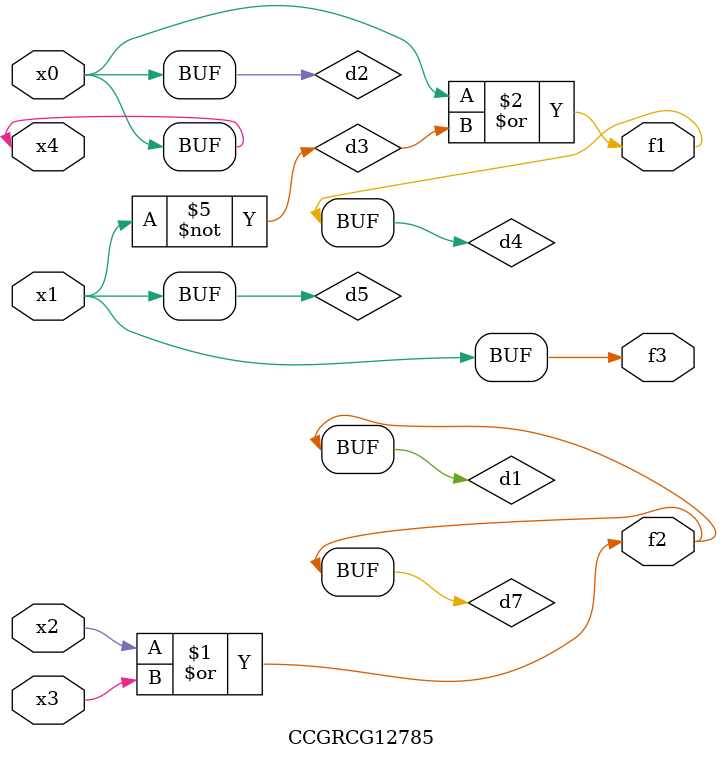
<source format=v>
module CCGRCG12785(
	input x0, x1, x2, x3, x4,
	output f1, f2, f3
);

	wire d1, d2, d3, d4, d5, d6, d7;

	or (d1, x2, x3);
	buf (d2, x0, x4);
	not (d3, x1);
	or (d4, d2, d3);
	not (d5, d3);
	nand (d6, d1, d3);
	or (d7, d1);
	assign f1 = d4;
	assign f2 = d7;
	assign f3 = d5;
endmodule

</source>
